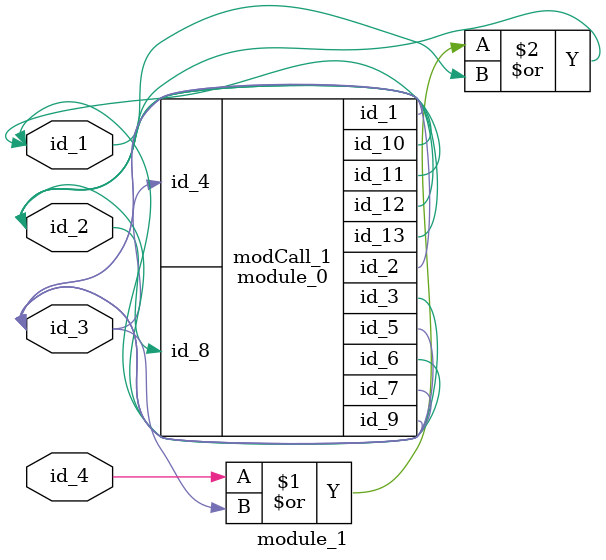
<source format=v>
module module_0 (
    id_1,
    id_2,
    id_3,
    id_4,
    id_5,
    id_6,
    id_7,
    id_8,
    id_9,
    id_10,
    id_11,
    id_12,
    id_13
);
  inout wire id_13;
  inout wire id_12;
  inout wire id_11;
  inout wire id_10;
  inout wire id_9;
  input wire id_8;
  inout wire id_7;
  inout wire id_6;
  output wire id_5;
  input wire id_4;
  output wire id_3;
  inout wire id_2;
  output wire id_1;
  assign id_2 = id_4;
  wire id_14;
  wire id_15;
  wire id_16;
endmodule
module module_1 (
    id_1,
    id_2,
    id_3,
    id_4
);
  input wire id_4;
  inout wire id_3;
  inout wire id_2;
  inout wire id_1;
  or primCall (id_2, id_4, id_3, id_1);
  module_0 modCall_1 (
      id_3,
      id_3,
      id_1,
      id_3,
      id_3,
      id_2,
      id_3,
      id_2,
      id_3,
      id_1,
      id_2,
      id_2,
      id_2
  );
endmodule

</source>
